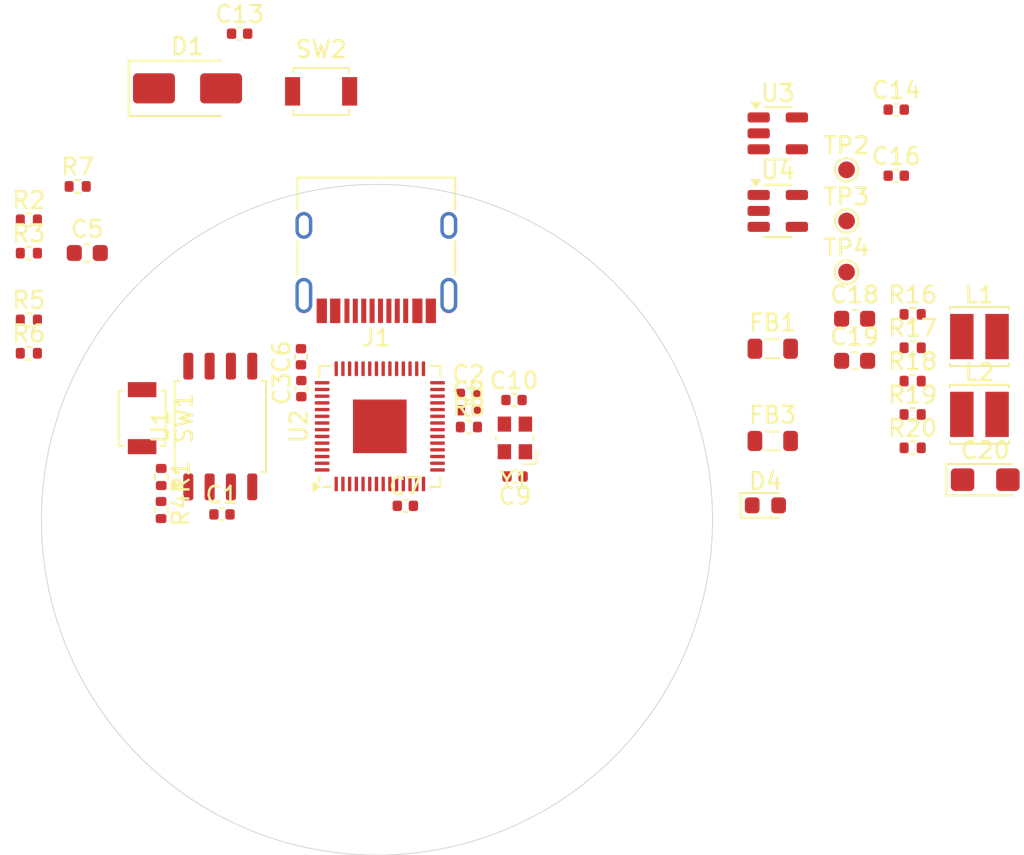
<source format=kicad_pcb>
(kicad_pcb (version 20240108) (generator "pcbnew") (generator_version "8.0")
  (layers (0 "F.Cu" signal) (31 "B.Cu" signal) (34 "B.Paste" user) (35 "F.Paste" user) (36 "B.SilkS" user "B.Silkscreen") (37 "F.SilkS" user "F.Silkscreen") (38 "B.Mask" user) (39 "F.Mask" user) (44 "Edge.Cuts" user))
  (net 0 "")
  (net 1 "GND")
  (net 2 "+3.3V")
  (net 3 "power_+1V1")
  (net 4 "+5V")
  (net 5 "Net-(U2-XIN)")
  (net 6 "Net-(C10-Pad1)")
  (net 7 "Net-(U2-RUN)")
  (net 8 "Net-(U3-EN)")
  (net 9 "Net-(U4-EN)")
  (net 10 "+1V1")
  (net 11 "Net-(D1-A)")
  (net 14 "Net-(D4-A)")
  (net 15 "Net-(J1-D+-PadA6)")
  (net 16 "Net-(J1-D--PadA7)")
  (net 17 "Net-(J1-CC2)")
  (net 18 "Net-(J1-CC1)")
  (net 21 "Net-(U3-SW)")
  (net 22 "Net-(U4-SW)")
  (net 23 "/RP2040/QSPI_SS")
  (net 24 "Net-(R4-Pad2)")
  (net 25 "/RP2040/D+")
  (net 26 "/RP2040/D-")
  (net 27 "Net-(U2-XOUT)")
  (net 40 "Net-(U3-FB)")
  (net 41 "Net-(U4-FB)")
  (net 42 "/RP2040/QSPI_SD0")
  (net 43 "/RP2040/QSPI_SCLK")
  (net 44 "/RP2040/QSPI_SD1")
  (net 45 "/RP2040/QSPI_SD3")
  (net 46 "/RP2040/QSPI_SD2")
  (footprint "Crystal:Crystal_SMD_Abracon_ABM10-4Pin_2.5x2.0mm" (layer "F.Cu") (at 134.07 50.71 180)
    (property "Reference" "Y1" (at 0 -2.5 360) (layer "F.SilkS"))
    (property "Value" "12.000MHZ")
    (fp_line (start 1.11 -0.11) (end 1.11 0.11) (stroke (width 0.12)) (layer "F.SilkS"))
    (fp_line (start -0.5 -1.54) (end -1.29 -1.54) (stroke (width 0.12)) (layer "F.SilkS"))
    (fp_line (start -1.11 -0.11) (end -1.11 0.11) (stroke (width 0.12)) (layer "F.SilkS"))
    (fp_line (start -1.29 -0.75) (end -1.29 -1.54) (stroke (width 0.12)) (layer "F.SilkS"))
    (pad "1" smd rect (at -0.625 -0.825 180) (size 0.8 0.9) (layers "F.Cu" "F.Paste" "F.Mask") (net 5 "Net-(U2-XIN)"))
    (pad "2" smd rect (at -0.625 0.825 180) (size 0.8 0.9) (layers "F.Cu" "F.Paste" "F.Mask"))
    (pad "3" smd rect (at 0.625 0.825 180) (size 0.8 0.9) (layers "F.Cu" "F.Paste" "F.Mask") (net 6 "Net-(C10-Pad1)"))
    (pad "4" smd rect (at 0.625 -0.825 180) (size 0.8 0.9) (layers "F.Cu" "F.Paste" "F.Mask"))
  )
  (footprint "Capacitor_SMD:C_0402_1005Metric" (layer "F.Cu") (at 117.6625 26.6)
    (property "Reference" "C13" (at 0 -1.16 0) (layer "F.SilkS"))
    (property "Value" "100nF")
    (fp_line (start -0.107836 -0.36) (end 0.107836 -0.36) (stroke (width 0.12)) (layer "F.SilkS"))
    (fp_line (start -0.107836 0.36) (end 0.107836 0.36) (stroke (width 0.12)) (layer "F.SilkS"))
    (pad "1" smd roundrect (at -0.48 0) (size 0.56 0.62) (layers "F.Cu" "F.Paste" "F.Mask") (net 7 "Net-(U2-RUN)"))
    (pad "2" smd roundrect (at 0.48 0) (size 0.56 0.62) (layers "F.Cu" "F.Paste" "F.Mask") (net 1 "GND"))
  )
  (footprint "Resistor_SMD:R_0402_1005Metric" (layer "F.Cu") (at 105.1 43.67)
    (property "Reference" "R5" (at 0 -1.17 0) (layer "F.SilkS"))
    (property "Value" "22")
    (fp_line (start -0.153641 -0.38) (end 0.153641 -0.38) (stroke (width 0.12)) (layer "F.SilkS"))
    (fp_line (start -0.153641 0.38) (end 0.153641 0.38) (stroke (width 0.12)) (layer "F.SilkS"))
    (pad "1" smd roundrect (at -0.51 0) (size 0.54 0.64) (layers "F.Cu" "F.Paste" "F.Mask") (net 25 "/RP2040/D+"))
    (pad "2" smd roundrect (at 0.51 0) (size 0.54 0.64) (layers "F.Cu" "F.Paste" "F.Mask") (net 15 "Net-(J1-D+-PadA6)"))
  )
  (footprint "Inductor_SMD:L_0805_2012Metric" (layer "F.Cu") (at 149.44 50.89)
    (property "Reference" "FB3" (at 0 -1.55 0) (layer "F.SilkS"))
    (property "Value" "Ferrite_Bead_Small")
    (fp_line (start -0.399622 -0.56) (end 0.399622 -0.56) (stroke (width 0.12)) (layer "F.SilkS"))
    (fp_line (start -0.399622 0.56) (end 0.399622 0.56) (stroke (width 0.12)) (layer "F.SilkS"))
    (pad "1" smd roundrect (at -1.0625 0) (size 0.875 1.2) (layers "F.Cu" "F.Paste" "F.Mask") (net 9 "Net-(U4-EN)"))
    (pad "2" smd roundrect (at 1.0625 0) (size 0.875 1.2) (layers "F.Cu" "F.Paste" "F.Mask") (net 4 "+5V"))
  )
  (footprint "Capacitor_SMD:C_0402_1005Metric" (layer "F.Cu") (at 131.3 48.08)
    (property "Reference" "C2" (at 0 -1.16 0) (layer "F.SilkS"))
    (property "Value" "1uF")
    (fp_line (start -0.107836 -0.36) (end 0.107836 -0.36) (stroke (width 0.12)) (layer "F.SilkS"))
    (fp_line (start -0.107836 0.36) (end 0.107836 0.36) (stroke (width 0.12)) (layer "F.SilkS"))
    (pad "1" smd roundrect (at -0.48 0) (size 0.56 0.62) (layers "F.Cu" "F.Paste" "F.Mask") (net 3 "power_+1V1"))
    (pad "2" smd roundrect (at 0.48 0) (size 0.56 0.62) (layers "F.Cu" "F.Paste" "F.Mask") (net 1 "GND"))
  )
  (footprint "Capacitor_SMD:C_0402_1005Metric" (layer "F.Cu") (at 134.02 48.45)
    (property "Reference" "C10" (at 0 -1.16 360) (layer "F.SilkS"))
    (property "Value" "22pF")
    (fp_line (start -0.107836 -0.36) (end 0.107836 -0.36) (stroke (width 0.12)) (layer "F.SilkS"))
    (fp_line (start -0.107836 0.36) (end 0.107836 0.36) (stroke (width 0.12)) (layer "F.SilkS"))
    (pad "1" smd roundrect (at -0.48 0) (size 0.56 0.62) (layers "F.Cu" "F.Paste" "F.Mask") (net 6 "Net-(C10-Pad1)"))
    (pad "2" smd roundrect (at 0.48 0) (size 0.56 0.62) (layers "F.Cu" "F.Paste" "F.Mask") (net 1 "GND"))
  )
  (footprint "Resistor_SMD:R_0402_1005Metric" (layer "F.Cu") (at 157.78 45.33)
    (property "Reference" "R17" (at 0 -1.17 0) (layer "F.SilkS"))
    (property "Value" "120k")
    (fp_line (start -0.153641 -0.38) (end 0.153641 -0.38) (stroke (width 0.12)) (layer "F.SilkS"))
    (fp_line (start -0.153641 0.38) (end 0.153641 0.38) (stroke (width 0.12)) (layer "F.SilkS"))
    (pad "1" smd roundrect (at -0.51 0) (size 0.54 0.64) (layers "F.Cu" "F.Paste" "F.Mask") (net 1 "GND"))
    (pad "2" smd roundrect (at 0.51 0) (size 0.54 0.64) (layers "F.Cu" "F.Paste" "F.Mask") (net 40 "Net-(U3-FB)"))
  )
  (footprint "Resistor_SMD:R_0402_1005Metric" (layer "F.Cu") (at 105.1 37.7)
    (property "Reference" "R2" (at 0 -1.17 0) (layer "F.SilkS"))
    (property "Value" "5.1k")
    (fp_line (start -0.153641 -0.38) (end 0.153641 -0.38) (stroke (width 0.12)) (layer "F.SilkS"))
    (fp_line (start -0.153641 0.38) (end 0.153641 0.38) (stroke (width 0.12)) (layer "F.SilkS"))
    (pad "1" smd roundrect (at -0.51 0) (size 0.54 0.64) (layers "F.Cu" "F.Paste" "F.Mask") (net 18 "Net-(J1-CC1)"))
    (pad "2" smd roundrect (at 0.51 0) (size 0.54 0.64) (layers "F.Cu" "F.Paste" "F.Mask") (net 1 "GND"))
  )
  (footprint "Resistor_SMD:R_0402_1005Metric" (layer "F.Cu") (at 157.78 51.3)
    (property "Reference" "R20" (at 0 -1.17 0) (layer "F.SilkS"))
    (property "Value" "330R")
    (fp_line (start -0.153641 -0.38) (end 0.153641 -0.38) (stroke (width 0.12)) (layer "F.SilkS"))
    (fp_line (start -0.153641 0.38) (end 0.153641 0.38) (stroke (width 0.12)) (layer "F.SilkS"))
    (pad "1" smd roundrect (at -0.51 0) (size 0.54 0.64) (layers "F.Cu" "F.Paste" "F.Mask") (net 14 "Net-(D4-A)"))
    (pad "2" smd roundrect (at 0.51 0) (size 0.54 0.64) (layers "F.Cu" "F.Paste" "F.Mask") (net 4 "+5V"))
  )
  (footprint "Resistor_SMD:R_0402_1005Metric" (layer "F.Cu") (at 131.33 50.06)
    (property "Reference" "R8" (at 0 -1.17 0) (layer "F.SilkS"))
    (property "Value" "1k")
    (fp_line (start -0.153641 -0.38) (end 0.153641 -0.38) (stroke (width 0.12)) (layer "F.SilkS"))
    (fp_line (start -0.153641 0.38) (end 0.153641 0.38) (stroke (width 0.12)) (layer "F.SilkS"))
    (pad "1" smd roundrect (at -0.51 0) (size 0.54 0.64) (layers "F.Cu" "F.Paste" "F.Mask") (net 27 "Net-(U2-XOUT)"))
    (pad "2" smd roundrect (at 0.51 0) (size 0.54 0.64) (layers "F.Cu" "F.Paste" "F.Mask") (net 6 "Net-(C10-Pad1)"))
  )
  (footprint "Resistor_SMD:R_0402_1005Metric" (layer "F.Cu") (at 108.01 35.71)
    (property "Reference" "R7" (at 0 -1.17 0) (layer "F.SilkS"))
    (property "Value" "10k")
    (fp_line (start -0.153641 -0.38) (end 0.153641 -0.38) (stroke (width 0.12)) (layer "F.SilkS"))
    (fp_line (start -0.153641 0.38) (end 0.153641 0.38) (stroke (width 0.12)) (layer "F.SilkS"))
    (pad "1" smd roundrect (at -0.51 0) (size 0.54 0.64) (layers "F.Cu" "F.Paste" "F.Mask") (net 2 "+3.3V"))
    (pad "2" smd roundrect (at 0.51 0) (size 0.54 0.64) (layers "F.Cu" "F.Paste" "F.Mask") (net 7 "Net-(U2-RUN)"))
  )
  (footprint "Package_SO:SOIC-8_5.23x5.23mm_P1.27mm" (layer "F.Cu") (at 116.51 50.03 90)
    (property "Reference" "U1" (at 0 -3.56 90) (layer "F.SilkS"))
    (property "Value" "W25Q128JVS")
    (fp_line (start 2.725 -2.725) (end 2.725 -2.465) (stroke (width 0.12)) (layer "F.SilkS"))
    (fp_line (start 0 -2.725) (end 2.725 -2.725) (stroke (width 0.12)) (layer "F.SilkS"))
    (fp_line (start 0 -2.725) (end -2.725 -2.725) (stroke (width 0.12)) (layer "F.SilkS"))
    (fp_line (start -2.725 -2.725) (end -2.725 -2.465) (stroke (width 0.12)) (layer "F.SilkS"))
    (fp_line (start 2.725 2.725) (end 2.725 2.465) (stroke (width 0.12)) (layer "F.SilkS"))
    (fp_line (start 0 2.725) (end 2.725 2.725) (stroke (width 0.12)) (layer "F.SilkS"))
    (fp_line (start 0 2.725) (end -2.725 2.725) (stroke (width 0.12)) (layer "F.SilkS"))
    (fp_line (start -2.725 2.725) (end -2.725 2.465) (stroke (width 0.12)) (layer "F.SilkS"))
    (fp_poly (pts (xy -3.5075 -2.465) (xy -3.7475 -2.795) (xy -3.2675 -2.795) (xy -3.5075 -2.465)) (stroke (width 0.12)) (fill solid) (layer "F.SilkS"))
    (pad "1" smd roundrect (at -3.6 -1.905 90) (size 1.6 0.6) (layers "F.Cu" "F.Paste" "F.Mask") (net 23 "/RP2040/QSPI_SS"))
    (pad "2" smd roundrect (at -3.6 -0.635 90) (size 1.6 0.6) (layers "F.Cu" "F.Paste" "F.Mask") (net 44 "/RP2040/QSPI_SD1"))
    (pad "3" smd roundrect (at -3.6 0.635 90) (size 1.6 0.6) (layers "F.Cu" "F.Paste" "F.Mask") (net 46 "/RP2040/QSPI_SD2"))
    (pad "4" smd roundrect (at -3.6 1.905 90) (size 1.6 0.6) (layers "F.Cu" "F.Paste" "F.Mask") (net 1 "GND"))
    (pad "5" smd roundrect (at 3.6 1.905 90) (size 1.6 0.6) (layers "F.Cu" "F.Paste" "F.Mask") (net 42 "/RP2040/QSPI_SD0"))
    (pad "6" smd roundrect (at 3.6 0.635 90) (size 1.6 0.6) (layers "F.Cu" "F.Paste" "F.Mask") (net 43 "/RP2040/QSPI_SCLK"))
    (pad "7" smd roundrect (at 3.6 -0.635 90) (size 1.6 0.6) (layers "F.Cu" "F.Paste" "F.Mask") (net 45 "/RP2040/QSPI_SD3"))
    (pad "8" smd roundrect (at 3.6 -1.905 90) (size 1.6 0.6) (layers "F.Cu" "F.Paste" "F.Mask") (net 2 "+3.3V"))
  )
  (footprint "Capacitor_SMD:C_0402_1005Metric" (layer "F.Cu") (at 134.08 53.01 180)
    (property "Reference" "C9" (at 0 -1.16 360) (layer "F.SilkS"))
    (property "Value" "22pF")
    (fp_line (start -0.107836 0.36) (end 0.107836 0.36) (stroke (width 0.12)) (layer "F.SilkS"))
    (fp_line (start -0.107836 -0.36) (end 0.107836 -0.36) (stroke (width 0.12)) (layer "F.SilkS"))
    (pad "1" smd roundrect (at -0.48 0 180) (size 0.56 0.62) (layers "F.Cu" "F.Paste" "F.Mask") (net 5 "Net-(U2-XIN)"))
    (pad "2" smd roundrect (at 0.48 0 180) (size 0.56 0.62) (layers "F.Cu" "F.Paste" "F.Mask") (net 1 "GND"))
  )
  (footprint "Capacitor_Tantalum_SMD:CP_EIA-3216-18_Kemet-A" (layer "F.Cu") (at 162.105 53.2)
    (property "Reference" "C20" (at 0 -1.75 0) (layer "F.SilkS"))
    (property "Value" "47uF")
    (fp_line (start -2.31 -0.935) (end -2.31 0.935) (stroke (width 0.12)) (layer "F.SilkS"))
    (fp_line (start -2.31 0.935) (end 1.6 0.935) (stroke (width 0.12)) (layer "F.SilkS"))
    (fp_line (start 1.6 -0.935) (end -2.31 -0.935) (stroke (width 0.12)) (layer "F.SilkS"))
    (pad "1" smd roundrect (at -1.35 0) (size 1.4 1.35) (layers "F.Cu" "F.Paste" "F.Mask") (roundrect_rratio 0.185185) (net 4 "+5V"))
    (pad "2" smd roundrect (at 1.35 0) (size 1.4 1.35) (layers "F.Cu" "F.Paste" "F.Mask") (roundrect_rratio 0.185185) (net 1 "GND"))
  )
  (footprint "Inductor_SMD:L_Cenker_CKCS3015" (layer "F.Cu") (at 161.76 44.665)
    (property "Reference" "L1" (at 0 -2.5 0) (layer "F.SilkS"))
    (property "Value" "2.2uH")
    (fp_line (start -1.76 -1.76) (end -1.76 -1.61) (stroke (width 0.12)) (layer "F.SilkS"))
    (fp_line (start -1.76 -1.76) (end 1.76 -1.76) (stroke (width 0.12)) (layer "F.SilkS"))
    (fp_line (start -1.76 1.76) (end -1.76 1.61) (stroke (width 0.12)) (layer "F.SilkS"))
    (fp_line (start -1.76 1.76) (end 1.76 1.76) (stroke (width 0.12)) (layer "F.SilkS"))
    (fp_line (start 1.76 -1.76) (end 1.76 -1.61) (stroke (width 0.12)) (layer "F.SilkS"))
    (fp_line (start 1.76 1.76) (end 1.76 1.61) (stroke (width 0.12)) (layer "F.SilkS"))
    (pad "1" smd rect (at -1.05 0) (size 1.4 2.7) (layers "F.Cu" "F.Paste" "F.Mask") (net 21 "Net-(U3-SW)"))
    (pad "2" smd rect (at 1.05 0) (size 1.4 2.7) (layers "F.Cu" "F.Paste" "F.Mask") (net 10 "+1V1"))
  )
  (footprint "TestPoint:TestPoint_Pad_D1.0mm" (layer "F.Cu") (at 153.84 40.82)
    (property "Reference" "TP4" (at 0 -1.448 0) (layer "F.SilkS"))
    (property "Value" "~")
    (fp_circle (center 0 0) (end 0 0.7) (stroke (width 0.12)) (fill none) (layer "F.SilkS"))
    (pad "1" smd circle (at 0 0) (size 1 1) (layers "F.Cu" "F.Mask") (net 1 "GND"))
  )
  (footprint "Resistor_SMD:R_0402_1005Metric" (layer "F.Cu") (at 157.78 49.31)
    (property "Reference" "R19" (at 0 -1.17 0) (layer "F.SilkS"))
    (property "Value" "15k")
    (fp_line (start -0.153641 -0.38) (end 0.153641 -0.38) (stroke (width 0.12)) (layer "F.SilkS"))
    (fp_line (start -0.153641 0.38) (end 0.153641 0.38) (stroke (width 0.12)) (layer "F.SilkS"))
    (pad "1" smd roundrect (at -0.51 0) (size 0.54 0.64) (layers "F.Cu" "F.Paste" "F.Mask") (net 1 "GND"))
    (pad "2" smd roundrect (at 0.51 0) (size 0.54 0.64) (layers "F.Cu" "F.Paste" "F.Mask") (net 41 "Net-(U4-FB)"))
  )
  (footprint "Button_Switch_SMD:SW_SPST_B3U-1000P" (layer "F.Cu") (at 111.85 49.53 -90)
    (property "Reference" "SW1" (at 0 -2.5 90) (layer "F.SilkS"))
    (property "Value" "PICO BOOT")
    (fp_line (start -1.65 1.4) (end 1.65 1.4) (stroke (width 0.12)) (layer "F.SilkS"))
    (fp_line (start 1.65 1.4) (end 1.65 1.1) (stroke (width 0.12)) (layer "F.SilkS"))
    (fp_line (start -1.65 1.1) (end -1.65 1.4) (stroke (width 0.12)) (layer "F.SilkS"))
    (fp_line (start -1.65 -1.1) (end -1.65 -1.4) (stroke (width 0.12)) (layer "F.SilkS"))
    (fp_line (start -1.65 -1.4) (end 1.65 -1.4) (stroke (width 0.12)) (layer "F.SilkS"))
    (fp_line (start 1.65 -1.4) (end 1.65 -1.1) (stroke (width 0.12)) (layer "F.SilkS"))
    (pad "1" smd rect (at -1.7 0 270) (size 0.9 1.7) (layers "F.Cu" "F.Paste" "F.Mask") (net 1 "GND"))
    (pad "2" smd rect (at 1.7 0 270) (size 0.9 1.7) (layers "F.Cu" "F.Paste" "F.Mask") (net 24 "Net-(R4-Pad2)"))
  )
  (footprint "Capacitor_SMD:C_0402_1005Metric" (layer "F.Cu") (at 121.34 47.77 90)
    (property "Reference" "C3" (at 0 -1.16 90) (layer "F.SilkS"))
    (property "Value" "100nF")
    (fp_line (start -0.107836 -0.36) (end 0.107836 -0.36) (stroke (width 0.12)) (layer "F.SilkS"))
    (fp_line (start -0.107836 0.36) (end 0.107836 0.36) (stroke (width 0.12)) (layer "F.SilkS"))
    (pad "1" smd roundrect (at -0.48 0 90) (size 0.56 0.62) (layers "F.Cu" "F.Paste" "F.Mask") (net 3 "power_+1V1"))
    (pad "2" smd roundrect (at 0.48 0 90) (size 0.56 0.62) (layers "F.Cu" "F.Paste" "F.Mask") (net 1 "GND"))
  )
  (footprint "Resistor_SMD:R_0402_1005Metric" (layer "F.Cu") (at 112.98 55.01 -90)
    (property "Reference" "R4" (at 0 -1.17 90) (layer "F.SilkS"))
    (property "Value" "1k")
    (fp_line (start -0.153641 0.38) (end 0.153641 0.38) (stroke (width 0.12)) (layer "F.SilkS"))
    (fp_line (start -0.153641 -0.38) (end 0.153641 -0.38) (stroke (width 0.12)) (layer "F.SilkS"))
    (pad "1" smd roundrect (at -0.51 0 270) (size 0.54 0.64) (layers "F.Cu" "F.Paste" "F.Mask") (net 23 "/RP2040/QSPI_SS"))
    (pad "2" smd roundrect (at 0.51 0 270) (size 0.54 0.64) (layers "F.Cu" "F.Paste" "F.Mask") (net 24 "Net-(R4-Pad2)"))
  )
  (footprint "Resistor_SMD:R_0402_1005Metric" (layer "F.Cu") (at 112.99 53.04 -90)
    (property "Reference" "R1" (at 0 -1.17 90) (layer "F.SilkS"))
    (property "Value" "10k")
    (fp_line (start -0.153641 0.38) (end 0.153641 0.38) (stroke (width 0.12)) (layer "F.SilkS"))
    (fp_line (start -0.153641 -0.38) (end 0.153641 -0.38) (stroke (width 0.12)) (layer "F.SilkS"))
    (pad "1" smd roundrect (at -0.51 0 270) (size 0.54 0.64) (layers "F.Cu" "F.Paste" "F.Mask") (net 2 "+3.3V"))
    (pad "2" smd roundrect (at 0.51 0 270) (size 0.54 0.64) (layers "F.Cu" "F.Paste" "F.Mask") (net 23 "/RP2040/QSPI_SS"))
  )
  (footprint "Resistor_SMD:R_0402_1005Metric" (layer "F.Cu") (at 157.78 43.34)
    (property "Reference" "R16" (at 0 -1.17 0) (layer "F.SilkS"))
    (property "Value" "100k")
    (fp_line (start -0.153641 -0.38) (end 0.153641 -0.38) (stroke (width 0.12)) (layer "F.SilkS"))
    (fp_line (start -0.153641 0.38) (end 0.153641 0.38) (stroke (width 0.12)) (layer "F.SilkS"))
    (pad "1" smd roundrect (at -0.51 0) (size 0.54 0.64) (layers "F.Cu" "F.Paste" "F.Mask") (net 40 "Net-(U3-FB)"))
    (pad "2" smd roundrect (at 0.51 0) (size 0.54 0.64) (layers "F.Cu" "F.Paste" "F.Mask") (net 10 "+1V1"))
  )
  (footprint "Capacitor_SMD:C_0402_1005Metric" (layer "F.Cu") (at 121.32 45.87 90)
    (property "Reference" "C6" (at 0 -1.16 90) (layer "F.SilkS"))
    (property "Value" "1uF")
    (fp_line (start -0.107836 -0.36) (end 0.107836 -0.36) (stroke (width 0.12)) (layer "F.SilkS"))
    (fp_line (start -0.107836 0.36) (end 0.107836 0.36) (stroke (width 0.12)) (layer "F.SilkS"))
    (pad "1" smd roundrect (at -0.48 0 90) (size 0.56 0.62) (layers "F.Cu" "F.Paste" "F.Mask") (net 2 "+3.3V"))
    (pad "2" smd roundrect (at 0.48 0 90) (size 0.56 0.62) (layers "F.Cu" "F.Paste" "F.Mask") (net 1 "GND"))
  )
  (footprint "Resistor_SMD:R_0402_1005Metric" (layer "F.Cu") (at 105.1 45.66)
    (property "Reference" "R6" (at 0 -1.17 0) (layer "F.SilkS"))
    (property "Value" "22")
    (fp_line (start -0.153641 -0.38) (end 0.153641 -0.38) (stroke (width 0.12)) (layer "F.SilkS"))
    (fp_line (start -0.153641 0.38) (end 0.153641 0.38) (stroke (width 0.12)) (layer "F.SilkS"))
    (pad "1" smd roundrect (at -0.51 0) (size 0.54 0.64) (layers "F.Cu" "F.Paste" "F.Mask") (net 26 "/RP2040/D-"))
    (pad "2" smd roundrect (at 0.51 0) (size 0.54 0.64) (layers "F.Cu" "F.Paste" "F.Mask") (net 16 "Net-(J1-D--PadA7)"))
  )
  (footprint "Capacitor_SMD:C_0603_1608Metric" (layer "F.Cu") (at 108.5825 39.68)
    (property "Reference" "C5" (at 0 -1.43 0) (layer "F.SilkS"))
    (property "Value" "22uF")
    (fp_line (start -0.14058 -0.51) (end 0.14058 -0.51) (stroke (width 0.12)) (layer "F.SilkS"))
    (fp_line (start -0.14058 0.51) (end 0.14058 0.51) (stroke (width 0.12)) (layer "F.SilkS"))
    (pad "1" smd roundrect (at -0.775 0) (size 0.9 0.95) (layers "F.Cu" "F.Paste" "F.Mask") (net 4 "+5V"))
    (pad "2" smd roundrect (at 0.775 0) (size 0.9 0.95) (layers "F.Cu" "F.Paste" "F.Mask") (net 1 "GND"))
  )
  (footprint "Capacitor_SMD:C_0402_1005Metric" (layer "F.Cu") (at 131.3 49.06)
    (property "Reference" "C8" (at 0 -1.16 0) (layer "F.SilkS"))
    (property "Value" "100nF")
    (fp_line (start -0.107836 -0.36) (end 0.107836 -0.36) (stroke (width 0.12)) (layer "F.SilkS"))
    (fp_line (start -0.107836 0.36) (end 0.107836 0.36) (stroke (width 0.12)) (layer "F.SilkS"))
    (pad "1" smd roundrect (at -0.48 0) (size 0.56 0.62) (layers "F.Cu" "F.Paste" "F.Mask") (net 2 "+3.3V"))
    (pad "2" smd roundrect (at 0.48 0) (size 0.56 0.62) (layers "F.Cu" "F.Paste" "F.Mask") (net 1 "GND"))
  )
  (footprint "Package_DFN_QFN:QFN-56-1EP_7x7mm_P0.4mm_EP3.2x3.2mm" (layer "F.Cu") (at 126.02 50.02 90)
    (property "Reference" "U2" (at 0 -4.83 90) (layer "F.SilkS"))
    (property "Value" "RP2040")
    (fp_line (start 3.61 -3.61) (end 3.61 -2.96) (stroke (width 0.12)) (layer "F.SilkS"))
    (fp_line (start 2.96 -3.61) (end 3.61 -3.61) (stroke (width 0.12)) (layer "F.SilkS"))
    (fp_line (start -2.96 -3.61) (end -3.31 -3.61) (stroke (width 0.12)) (layer "F.SilkS"))
    (fp_line (start -3.61 -2.96) (end -3.61 -3.37) (stroke (width 0.12)) (layer "F.SilkS"))
    (fp_line (start 3.61 3.61) (end 3.61 2.96) (stroke (width 0.12)) (layer "F.SilkS"))
    (fp_line (start 2.96 3.61) (end 3.61 3.61) (stroke (width 0.12)) (layer "F.SilkS"))
    (fp_line (start -2.96 3.61) (end -3.61 3.61) (stroke (width 0.12)) (layer "F.SilkS"))
    (fp_line (start -3.61 3.61) (end -3.61 2.96) (stroke (width 0.12)) (layer "F.SilkS"))
    (fp_poly (pts (xy -3.61 -3.61) (xy -3.85 -3.94) (xy -3.37 -3.94) (xy -3.61 -3.61)) (stroke (width 0.12)) (fill solid) (layer "F.SilkS"))
    (pad "1" smd roundrect (at -3.4375 -2.6 90) (size 0.875 0.2) (layers "F.Cu" "F.Paste" "F.Mask") (net 2 "+3.3V"))
    (pad "2" smd roundrect (at -3.4375 -2.2 90) (size 0.875 0.2) (layers "F.Cu" "F.Paste" "F.Mask"))
    (pad "3" smd roundrect (at -3.4375 -1.8 90) (size 0.875 0.2) (layers "F.Cu" "F.Paste" "F.Mask"))
    (pad "4" smd roundrect (at -3.4375 -1.4 90) (size 0.875 0.2) (layers "F.Cu" "F.Paste" "F.Mask"))
    (pad "5" smd roundrect (at -3.4375 -1 90) (size 0.875 0.2) (layers "F.Cu" "F.Paste" "F.Mask"))
    (pad "6" smd roundrect (at -3.4375 -0.6 90) (size 0.875 0.2) (layers "F.Cu" "F.Paste" "F.Mask"))
    (pad "7" smd roundrect (at -3.4375 -0.2 90) (size 0.875 0.2) (layers "F.Cu" "F.Paste" "F.Mask"))
    (pad "8" smd roundrect (at -3.4375 0.2 90) (size 0.875 0.2) (layers "F.Cu" "F.Paste" "F.Mask"))
    (pad "9" smd roundrect (at -3.4375 0.6 90) (size 0.875 0.2) (layers "F.Cu" "F.Paste" "F.Mask"))
    (pad "10" smd roundrect (at -3.4375 1 90) (size 0.875 0.2) (layers "F.Cu" "F.Paste" "F.Mask") (net 2 "+3.3V"))
    (pad "11" smd roundrect (at -3.4375 1.4 90) (size 0.875 0.2) (layers "F.Cu" "F.Paste" "F.Mask"))
    (pad "12" smd roundrect (at -3.4375 1.8 90) (size 0.875 0.2) (layers "F.Cu" "F.Paste" "F.Mask"))
    (pad "13" smd roundrect (at -3.4375 2.2 90) (size 0.875 0.2) (layers "F.Cu" "F.Paste" "F.Mask"))
    (pad "14" smd roundrect (at -3.4375 2.6 90) (size 0.875 0.2) (layers "F.Cu" "F.Paste" "F.Mask"))
    (pad "15" smd roundrect (at -2.6 3.4375 90) (size 0.2 0.875) (layers "F.Cu" "F.Paste" "F.Mask"))
    (pad "16" smd roundrect (at -2.2 3.4375 90) (size 0.2 0.875) (layers "F.Cu" "F.Paste" "F.Mask"))
    (pad "17" smd roundrect (at -1.8 3.4375 90) (size 0.2 0.875) (layers "F.Cu" "F.Paste" "F.Mask"))
    (pad "18" smd roundrect (at -1.4 3.4375 90) (size 0.2 0.875) (layers "F.Cu" "F.Paste" "F.Mask"))
    (pad "19" smd roundrect (at -1 3.4375 90) (size 0.2 0.875) (layers "F.Cu" "F.Paste" "F.Mask") (net 1 "GND"))
    (pad "20" smd roundrect (at -0.6 3.4375 90) (size 0.2 0.875) (layers "F.Cu" "F.Paste" "F.Mask") (net 5 "Net-(U2-XIN)"))
    (pad "21" smd roundrect (at -0.2 3.4375 90) (size 0.2 0.875) (layers "F.Cu" "F.Paste" "F.Mask") (net 27 "Net-(U2-XOUT)"))
    (pad "22" smd roundrect (at 0.2 3.4375 90) (size 0.2 0.875) (layers "F.Cu" "F.Paste" "F.Mask") (net 2 "+3.3V"))
    (pad "23" smd roundrect (at 0.6 3.4375 90) (size 0.2 0.875) (layers "F.Cu" "F.Paste" "F.Mask") (net 3 "power_+1V1"))
    (pad "24" smd roundrect (at 1 3.4375 90) (size 0.2 0.875) (layers "F.Cu" "F.Paste" "F.Mask"))
    (pad "25" smd roundrect (at 1.4 3.4375 90) (size 0.2 0.875) (layers "F.Cu" "F.Paste" "F.Mask"))
    (pad "26" smd roundrect (at 1.8 3.4375 90) (size 0.2 0.875) (layers "F.Cu" "F.Paste" "F.Mask") (net 7 "Net-(U2-RUN)"))
    (pad "27" smd roundrect (at 2.2 3.4375 90) (size 0.2 0.875) (layers "F.Cu" "F.Paste" "F.Mask"))
    (pad "28" smd roundrect (at 2.6 3.4375 90) (size 0.2 0.875) (layers "F.Cu" "F.Paste" "F.Mask"))
    (pad "29" smd roundrect (at 3.4375 2.6 90) (size 0.875 0.2) (layers "F.Cu" "F.Paste" "F.Mask"))
    (pad "30" smd roundrect (at 3.4375 2.2 90) (size 0.875 0.2) (layers "F.Cu" "F.Paste" "F.Mask"))
    (pad "31" smd roundrect (at 3.4375 1.8 90) (size 0.875 0.2) (layers "F.Cu" "F.Paste" "F.Mask"))
    (pad "32" smd roundrect (at 3.4375 1.4 90) (size 0.875 0.2) (layers "F.Cu" "F.Paste" "F.Mask"))
    (pad "33" smd roundrect (at 3.4375 1 90) (size 0.875 0.2) (layers "F.Cu" "F.Paste" "F.Mask") (net 2 "+3.3V"))
    (pad "34" smd roundrect (at 3.4375 0.6 90) (size 0.875 0.2) (layers "F.Cu" "F.Paste" "F.Mask"))
    (pad "35" smd roundrect (at 3.4375 0.2 90) (size 0.875 0.2) (layers "F.Cu" "F.Paste" "F.Mask"))
    (pad "36" smd roundrect (at 3.4375 -0.2 90) (size 0.875 0.2) (layers "F.Cu" "F.Paste" "F.Mask"))
    (pad "37" smd roundrect (at 3.4375 -0.6 90) (size 0.875 0.2) (layers "F.Cu" "F.Paste" "F.Mask"))
    (pad "38" smd roundrect (at 3.4375 -1 90) (size 0.875 0.2) (layers "F.Cu" "F.Paste" "F.Mask"))
    (pad "39" smd roundrect (at 3.4375 -1.4 90) (size 0.875 0.2) (layers "F.Cu" "F.Paste" "F.Mask"))
    (pad "40" smd roundrect (at 3.4375 -1.8 90) (size 0.875 0.2) (layers "F.Cu" "F.Paste" "F.Mask"))
    (pad "41" smd roundrect (at 3.4375 -2.2 90) (size 0.875 0.2) (layers "F.Cu" "F.Paste" "F.Mask"))
    (pad "42" smd roundrect (at 3.4375 -2.6 90) (size 0.875 0.2) (layers "F.Cu" "F.Paste" "F.Mask") (net 2 "+3.3V"))
    (pad "43" smd roundrect (at 2.6 -3.4375 90) (size 0.2 0.875) (layers "F.Cu" "F.Paste" "F.Mask") (net 2 "+3.3V"))
    (pad "44" smd roundrect (at 2.2 -3.4375 90) (size 0.2 0.875) (layers "F.Cu" "F.Paste" "F.Mask") (net 2 "+3.3V"))
    (pad "45" smd roundrect (at 1.8 -3.4375 90) (size 0.2 0.875) (layers "F.Cu" "F.Paste" "F.Mask") (net 3 "power_+1V1"))
    (pad "46" smd roundrect (at 1.4 -3.4375 90) (size 0.2 0.875) (layers "F.Cu" "F.Paste" "F.Mask") (net 26 "/RP2040/D-"))
    (pad "47" smd roundrect (at 1 -3.4375 90) (size 0.2 0.875) (layers "F.Cu" "F.Paste" "F.Mask") (net 25 "/RP2040/D+"))
    (pad "48" smd roundrect (at 0.6 -3.4375 90) (size 0.2 0.875) (layers "F.Cu" "F.Paste" "F.Mask") (net 2 "+3.3V"))
    (pad "49" smd roundrect (at 0.2 -3.4375 90) (size 0.2 0.875) (layers "F.Cu" "F.Paste" "F.Mask") (net 2 "+3.3V"))
    (pad "50" smd roundrect (at -0.2 -3.4375 90) (size 0.2 0.875) (layers "F.Cu" "F.Paste" "F.Mask") (net 3 "power_+1V1"))
    (pad "51" smd roundrect (at -0.6 -3.4375 90) (size 0.2 0.875) (layers "F.Cu" "F.Paste" "F.Mask") (net 45 "/RP2040/QSPI_SD3"))
    (pad "52" smd roundrect (at -1 -3.4375 90) (size 0.2 0.875) (layers "F.Cu" "F.Paste" "F.Mask") (net 43 "/RP2040/QSPI_SCLK"))
    (pad "53" smd roundrect (at -1.4 -3.4375 90) (size 0.2 0.875) (layers "F.Cu" "F.Paste" "F.Mask") (net 42 "/RP2040/QSPI_SD0"))
    (pad "54" smd roundrect (at -1.8 -3.4375 90) (size 0.2 0.875) (layers "F.Cu" "F.Paste" "F.Mask") (net 46 "/RP2040/QSPI_SD2"))
    (pad "55" smd roundrect (at -2.2 -3.4375 90) (size 0.2 0.875) (layers "F.Cu" "F.Paste" "F.Mask") (net 44 "/RP2040/QSPI_SD1"))
    (pad "56" smd roundrect (at -2.6 -3.4375 90) (size 0.2 0.875) (layers "F.Cu" "F.Paste" "F.Mask") (net 23 "/RP2040/QSPI_SS"))
    (pad "57" smd rect (at 0 0 90) (size 3.2 3.2) (property pad_prop_heatsink) (layers "F.Cu" "F.Mask") (net 1 "GND"))
  )
  (footprint "Package_TO_SOT_SMD:SOT-23-5" (layer "F.Cu") (at 149.74 32.545)
    (property "Reference" "U3" (at 0 -2.4 0) (layer "F.SilkS"))
    (property "Value" "TLV62568DBV")
    (fp_line (start 0 -1.56) (end -0.8 -1.56) (stroke (width 0.12)) (layer "F.SilkS"))
    (fp_line (start 0 -1.56) (end 0.8 -1.56) (stroke (width 0.12)) (layer "F.SilkS"))
    (fp_line (start 0 1.56) (end -0.8 1.56) (stroke (width 0.12)) (layer "F.SilkS"))
    (fp_line (start 0 1.56) (end 0.8 1.56) (stroke (width 0.12)) (layer "F.SilkS"))
    (fp_poly (pts (xy -1.3 -1.51) (xy -1.54 -1.84) (xy -1.06 -1.84) (xy -1.3 -1.51)) (stroke (width 0.12)) (fill solid) (layer "F.SilkS"))
    (pad "1" smd roundrect (at -1.1375 -0.95) (size 1.325 0.6) (layers "F.Cu" "F.Paste" "F.Mask") (net 8 "Net-(U3-EN)"))
    (pad "2" smd roundrect (at -1.1375 0) (size 1.325 0.6) (layers "F.Cu" "F.Paste" "F.Mask") (net 1 "GND"))
    (pad "3" smd roundrect (at -1.1375 0.95) (size 1.325 0.6) (layers "F.Cu" "F.Paste" "F.Mask") (net 21 "Net-(U3-SW)"))
    (pad "4" smd roundrect (at 1.1375 0.95) (size 1.325 0.6) (layers "F.Cu" "F.Paste" "F.Mask") (net 8 "Net-(U3-EN)"))
    (pad "5" smd roundrect (at 1.1375 -0.95) (size 1.325 0.6) (layers "F.Cu" "F.Paste" "F.Mask") (net 40 "Net-(U3-FB)"))
  )
  (footprint "Inductor_SMD:L_Cenker_CKCS3015" (layer "F.Cu") (at 161.76 49.305)
    (property "Reference" "L2" (at 0 -2.5 0) (layer "F.SilkS"))
    (property "Value" "2.2uH")
    (fp_line (start -1.76 -1.76) (end -1.76 -1.61) (stroke (width 0.12)) (layer "F.SilkS"))
    (fp_line (start -1.76 -1.76) (end 1.76 -1.76) (stroke (width 0.12)) (layer "F.SilkS"))
    (fp_line (start -1.76 1.76) (end -1.76 1.61) (stroke (width 0.12)) (layer "F.SilkS"))
    (fp_line (start -1.76 1.76) (end 1.76 1.76) (stroke (width 0.12)) (layer "F.SilkS"))
    (fp_line (start 1.76 -1.76) (end 1.76 -1.61) (stroke (width 0.12)) (layer "F.SilkS"))
    (fp_line (start 1.76 1.76) (end 1.76 1.61) (stroke (width 0.12)) (layer "F.SilkS"))
    (pad "1" smd rect (at -1.05 0) (size 1.4 2.7) (layers "F.Cu" "F.Paste" "F.Mask") (net 2 "+3.3V"))
    (pad "2" smd rect (at 1.05 0) (size 1.4 2.7) (layers "F.Cu" "F.Paste" "F.Mask") (net 22 "Net-(U4-SW)"))
  )
  (footprint "Package_TO_SOT_SMD:SOT-23-5" (layer "F.Cu") (at 149.74 37.17)
    (property "Reference" "U4" (at 0 -2.4 0) (layer "F.SilkS"))
    (property "Value" "TLV62568DBV")
    (fp_line (start 0 -1.56) (end -0.8 -1.56) (stroke (width 0.12)) (layer "F.SilkS"))
    (fp_line (start 0 -1.56) (end 0.8 -1.56) (stroke (width 0.12)) (layer "F.SilkS"))
    (fp_line (start 0 1.56) (end -0.8 1.56) (stroke (width 0.12)) (layer "F.SilkS"))
    (fp_line (start 0 1.56) (end 0.8 1.56) (stroke (width 0.12)) (layer "F.SilkS"))
    (fp_poly (pts (xy -1.3 -1.51) (xy -1.54 -1.84) (xy -1.06 -1.84) (xy -1.3 -1.51)) (stroke (width 0.12)) (fill solid) (layer "F.SilkS"))
    (pad "1" smd roundrect (at -1.1375 -0.95) (size 1.325 0.6) (layers "F.Cu" "F.Paste" "F.Mask") (net 9 "Net-(U4-EN)"))
    (pad "2" smd roundrect (at -1.1375 0) (size 1.325 0.6) (layers "F.Cu" "F.Paste" "F.Mask") (net 1 "GND"))
    (pad "3" smd roundrect (at -1.1375 0.95) (size 1.325 0.6) (layers "F.Cu" "F.Paste" "F.Mask") (net 22 "Net-(U4-SW)"))
    (pad "4" smd roundrect (at 1.1375 0.95) (size 1.325 0.6) (layers "F.Cu" "F.Paste" "F.Mask") (net 9 "Net-(U4-EN)"))
    (pad "5" smd roundrect (at 1.1375 -0.95) (size 1.325 0.6) (layers "F.Cu" "F.Paste" "F.Mask") (net 41 "Net-(U4-FB)"))
  )
  (footprint "Connector_USB:USB_C_Receptacle_HRO_TYPE-C-31-M-12" (layer "F.Cu") (at 125.81 39.085 180)
    (property "Reference" "J1" (at 0 -5.645 0) (layer "F.SilkS"))
    (property "Value" "USB_C_Receptacle_USB2.0")
    (fp_line (start 4.7 2) (end 4.7 3.9) (stroke (width 0.12)) (layer "F.SilkS"))
    (fp_line (start 4.7 -1.9) (end 4.7 0.1) (stroke (width 0.12)) (layer "F.SilkS"))
    (fp_line (start -4.7 3.9) (end 4.7 3.9) (stroke (width 0.12)) (layer "F.SilkS"))
    (fp_line (start -4.7 2) (end -4.7 3.9) (stroke (width 0.12)) (layer "F.SilkS"))
    (fp_line (start -4.7 -1.9) (end -4.7 0.1) (stroke (width 0.12)) (layer "F.SilkS"))
    (pad "" np_thru_hole circle (at -2.89 -2.6 180) (size 0.65 0.65) (drill 0.65) (layers "*.Cu" "*.Mask"))
    (pad "" np_thru_hole circle (at 2.89 -2.6 180) (size 0.65 0.65) (drill 0.65) (layers "*.Cu" "*.Mask"))
    (pad "A1" smd rect (at -3.25 -4.045 180) (size 0.6 1.45) (layers "F.Cu" "F.Paste" "F.Mask") (net 1 "GND"))
    (pad "A4" smd rect (at -2.45 -4.045 180) (size 0.6 1.45) (layers "F.Cu" "F.Paste" "F.Mask") (net 11 "Net-(D1-A)"))
    (pad "A5" smd rect (at -1.25 -4.045 180) (size 0.3 1.45) (layers "F.Cu" "F.Paste" "F.Mask") (net 18 "Net-(J1-CC1)"))
    (pad "A6" smd rect (at -0.25 -4.045 180) (size 0.3 1.45) (layers "F.Cu" "F.Paste" "F.Mask") (net 15 "Net-(J1-D+-PadA6)"))
    (pad "A7" smd rect (at 0.25 -4.045 180) (size 0.3 1.45) (layers "F.Cu" "F.Paste" "F.Mask") (net 16 "Net-(J1-D--PadA7)"))
    (pad "A8" smd rect (at 1.25 -4.045 180) (size 0.3 1.45) (layers "F.Cu" "F.Paste" "F.Mask"))
    (pad "A9" smd rect (at 2.45 -4.045 180) (size 0.6 1.45) (layers "F.Cu" "F.Paste" "F.Mask") (net 11 "Net-(D1-A)"))
    (pad "A12" smd rect (at 3.25 -4.045 180) (size 0.6 1.45) (layers "F.Cu" "F.Paste" "F.Mask") (net 1 "GND"))
    (pad "B1" smd rect (at 3.25 -4.045 180) (size 0.6 1.45) (layers "F.Cu" "F.Paste" "F.Mask") (net 1 "GND"))
    (pad "B4" smd rect (at 2.45 -4.045 180) (size 0.6 1.45) (layers "F.Cu" "F.Paste" "F.Mask") (net 11 "Net-(D1-A)"))
    (pad "B5" smd rect (at 1.75 -4.045 180) (size 0.3 1.45) (layers "F.Cu" "F.Paste" "F.Mask") (net 17 "Net-(J1-CC2)"))
    (pad "B6" smd rect (at 0.75 -4.045 180) (size 0.3 1.45) (layers "F.Cu" "F.Paste" "F.Mask") (net 15 "Net-(J1-D+-PadA6)"))
    (pad "B7" smd rect (at -0.75 -4.045 180) (size 0.3 1.45) (layers "F.Cu" "F.Paste" "F.Mask") (net 16 "Net-(J1-D--PadA7)"))
    (pad "B8" smd rect (at -1.75 -4.045 180) (size 0.3 1.45) (layers "F.Cu" "F.Paste" "F.Mask"))
    (pad "B9" smd rect (at -2.45 -4.045 180) (size 0.6 1.45) (layers "F.Cu" "F.Paste" "F.Mask") (net 11 "Net-(D1-A)"))
    (pad "B12" smd rect (at -3.25 -4.045 180) (size 0.6 1.45) (layers "F.Cu" "F.Paste" "F.Mask") (net 1 "GND"))
    (pad "S1" thru_hole oval (at -4.32 -3.13 180) (size 1 2.1) (drill oval 0.6 1.7) (layers "*.Cu" "*.Mask") (net 1 "GND"))
    (pad "S1" thru_hole oval (at -4.32 1.05 180) (size 1 1.6) (drill oval 0.6 1.2) (layers "*.Cu" "*.Mask") (net 1 "GND"))
    (pad "S1" thru_hole oval (at 4.32 -3.13 180) (size 1 2.1) (drill oval 0.6 1.7) (layers "*.Cu" "*.Mask") (net 1 "GND"))
    (pad "S1" thru_hole oval (at 4.32 1.05 180) (size 1 1.6) (drill oval 0.6 1.2) (layers "*.Cu" "*.Mask") (net 1 "GND"))
  )
  (footprint "TestPoint:TestPoint_Pad_D1.0mm" (layer "F.Cu") (at 153.84 34.72)
    (property "Reference" "TP2" (at 0 -1.448 0) (layer "F.SilkS"))
    (property "Value" "~")
    (fp_circle (center 0 0) (end 0 0.7) (stroke (width 0.12)) (fill none) (layer "F.SilkS"))
    (pad "1" smd circle (at 0 0) (size 1 1) (layers "F.Cu" "F.Mask") (net 10 "+1V1"))
  )
  (footprint "LED_SMD:LED_0603_1608Metric" (layer "F.Cu") (at 149.0025 54.73)
    (property "Reference" "D4" (at 0 -1.43 0) (layer "F.SilkS"))
    (property "Value" "LED")
    (fp_line (start -1.485 -0.735) (end -1.485 0.735) (stroke (width 0.12)) (layer "F.SilkS"))
    (fp_line (start -1.485 0.735) (end 0.8 0.735) (stroke (width 0.12)) (layer "F.SilkS"))
    (fp_line (start 0.8 -0.735) (end -1.485 -0.735) (stroke (width 0.12)) (layer "F.SilkS"))
    (pad "1" smd roundrect (at -0.7875 0) (size 0.875 0.95) (layers "F.Cu" "F.Paste" "F.Mask") (net 1 "GND"))
    (pad "2" smd roundrect (at 0.7875 0) (size 0.875 0.95) (layers "F.Cu" "F.Paste" "F.Mask") (net 14 "Net-(D4-A)"))
  )
  (footprint "Inductor_SMD:L_0805_2012Metric" (layer "F.Cu") (at 149.44 45.39)
    (property "Reference" "FB1" (at 0 -1.55 0) (layer "F.SilkS"))
    (property "Value" "Ferrite_Bead_Small")
    (fp_line (start -0.399622 -0.56) (end 0.399622 -0.56) (stroke (width 0.12)) (layer "F.SilkS"))
    (fp_line (start -0.399622 0.56) (end 0.399622 0.56) (stroke (width 0.12)) (layer "F.SilkS"))
    (pad "1" smd roundrect (at -1.0625 0) (size 0.875 1.2) (layers "F.Cu" "F.Paste" "F.Mask") (net 8 "Net-(U3-EN)"))
    (pad "2" smd roundrect (at 1.0625 0) (size 0.875 1.2) (layers "F.Cu" "F.Paste" "F.Mask") (net 4 "+5V"))
  )
  (footprint "Diode_SMD:D_SMA" (layer "F.Cu") (at 114.5575 29.86)
    (property "Reference" "D1" (at 0 -2.5 0) (layer "F.SilkS"))
    (property "Value" "SS34")
    (fp_line (start -3.51 -1.65) (end -3.51 1.65) (stroke (width 0.12)) (layer "F.SilkS"))
    (fp_line (start -3.51 -1.65) (end 2 -1.65) (stroke (width 0.12)) (layer "F.SilkS"))
    (fp_line (start -3.51 1.65) (end 2 1.65) (stroke (width 0.12)) (layer "F.SilkS"))
    (pad "1" smd roundrect (at -2 0) (size 2.5 1.8) (layers "F.Cu" "F.Paste" "F.Mask") (roundrect_rratio 0.1388888889) (net 4 "+5V"))
    (pad "2" smd roundrect (at 2 0) (size 2.5 1.8) (layers "F.Cu" "F.Paste" "F.Mask") (roundrect_rratio 0.1388888889) (net 11 "Net-(D1-A)"))
  )
  (footprint "Capacitor_SMD:C_0402_1005Metric" (layer "F.Cu") (at 116.61 55.27)
    (property "Reference" "C1" (at 0 -1.16 0) (layer "F.SilkS"))
    (property "Value" "100nF")
    (fp_line (start -0.107836 -0.36) (end 0.107836 -0.36) (stroke (width 0.12)) (layer "F.SilkS"))
    (fp_line (start -0.107836 0.36) (end 0.107836 0.36) (stroke (width 0.12)) (layer "F.SilkS"))
    (pad "1" smd roundrect (at -0.48 0) (size 0.56 0.62) (layers "F.Cu" "F.Paste" "F.Mask") (net 2 "+3.3V"))
    (pad "2" smd roundrect (at 0.48 0) (size 0.56 0.62) (layers "F.Cu" "F.Paste" "F.Mask") (net 1 "GND"))
  )
  (footprint "Capacitor_SMD:C_0402_1005Metric" (layer "F.Cu") (at 127.54 54.76)
    (property "Reference" "C7" (at 0 -1.16 0) (layer "F.SilkS"))
    (property "Value" "100nF")
    (fp_line (start -0.107836 -0.36) (end 0.107836 -0.36) (stroke (width 0.12)) (layer "F.SilkS"))
    (fp_line (start -0.107836 0.36) (end 0.107836 0.36) (stroke (width 0.12)) (layer "F.SilkS"))
    (pad "1" smd roundrect (at -0.48 0) (size 0.56 0.62) (layers "F.Cu" "F.Paste" "F.Mask") (net 2 "+3.3V"))
    (pad "2" smd roundrect (at 0.48 0) (size 0.56 0.62) (layers "F.Cu" "F.Paste" "F.Mask") (net 1 "GND"))
  )
  (footprint "Capacitor_SMD:C_0402_1005Metric" (layer "F.Cu") (at 156.8 35.07)
    (property "Reference" "C16" (at 0 -1.16 0) (layer "F.SilkS"))
    (property "Value" "4.7uF")
    (fp_line (start -0.107836 -0.36) (end 0.107836 -0.36) (stroke (width 0.12)) (layer "F.SilkS"))
    (fp_line (start -0.107836 0.36) (end 0.107836 0.36) (stroke (width 0.12)) (layer "F.SilkS"))
    (pad "1" smd roundrect (at -0.48 0) (size 0.56 0.62) (layers "F.Cu" "F.Paste" "F.Mask") (net 9 "Net-(U4-EN)"))
    (pad "2" smd roundrect (at 0.48 0) (size 0.56 0.62) (layers "F.Cu" "F.Paste" "F.Mask") (net 1 "GND"))
  )
  (footprint "TestPoint:TestPoint_Pad_D1.0mm" (layer "F.Cu") (at 153.84 37.77)
    (property "Reference" "TP3" (at 0 -1.448 0) (layer "F.SilkS"))
    (property "Value" "~")
    (fp_circle (center 0 0) (end 0 0.7) (stroke (width 0.12)) (fill none) (layer "F.SilkS"))
    (pad "1" smd circle (at 0 0) (size 1 1) (layers "F.Cu" "F.Mask") (net 2 "+3.3V"))
  )
  (footprint "Button_Switch_SMD:SW_SPST_B3U-1000P" (layer "F.Cu") (at 122.52 30.04)
    (property "Reference" "SW2" (at 0 -2.5 0) (layer "F.SilkS"))
    (property "Value" "PICO RST")
    (fp_line (start -1.65 -1.4) (end 1.65 -1.4) (stroke (width 0.12)) (layer "F.SilkS"))
    (fp_line (start -1.65 -1.1) (end -1.65 -1.4) (stroke (width 0.12)) (layer "F.SilkS"))
    (fp_line (start -1.65 1.1) (end -1.65 1.4) (stroke (width 0.12)) (layer "F.SilkS"))
    (fp_line (start -1.65 1.4) (end 1.65 1.4) (stroke (width 0.12)) (layer "F.SilkS"))
    (fp_line (start 1.65 -1.4) (end 1.65 -1.1) (stroke (width 0.12)) (layer "F.SilkS"))
    (fp_line (start 1.65 1.4) (end 1.65 1.1) (stroke (width 0.12)) (layer "F.SilkS"))
    (pad "1" smd rect (at -1.7 0) (size 0.9 1.7) (layers "F.Cu" "F.Paste" "F.Mask") (net 7 "Net-(U2-RUN)"))
    (pad "2" smd rect (at 1.7 0) (size 0.9 1.7) (layers "F.Cu" "F.Paste" "F.Mask") (net 1 "GND"))
  )
  (footprint "Capacitor_SMD:C_0402_1005Metric" (layer "F.Cu") (at 156.8 31.13)
    (property "Reference" "C14" (at 0 -1.16 0) (layer "F.SilkS"))
    (property "Value" "4.7uF")
    (fp_line (start -0.107836 -0.36) (end 0.107836 -0.36) (stroke (width 0.12)) (layer "F.SilkS"))
    (fp_line (start -0.107836 0.36) (end 0.107836 0.36) (stroke (width 0.12)) (layer "F.SilkS"))
    (pad "1" smd roundrect (at -0.48 0) (size 0.56 0.62) (layers "F.Cu" "F.Paste" "F.Mask") (net 8 "Net-(U3-EN)"))
    (pad "2" smd roundrect (at 0.48 0) (size 0.56 0.62) (layers "F.Cu" "F.Paste" "F.Mask") (net 1 "GND"))
  )
  (footprint "Capacitor_SMD:C_0603_1608Metric" (layer "F.Cu") (at 154.32 46.11)
    (property "Reference" "C19" (at 0 -1.43 0) (layer "F.SilkS"))
    (property "Value" "10uF")
    (fp_line (start -0.14058 -0.51) (end 0.14058 -0.51) (stroke (width 0.12)) (layer "F.SilkS"))
    (fp_line (start -0.14058 0.51) (end 0.14058 0.51) (stroke (width 0.12)) (layer "F.SilkS"))
    (pad "1" smd roundrect (at -0.775 0) (size 0.9 0.95) (layers "F.Cu" "F.Paste" "F.Mask") (net 2 "+3.3V"))
    (pad "2" smd roundrect (at 0.775 0) (size 0.9 0.95) (layers "F.Cu" "F.Paste" "F.Mask") (net 1 "GND"))
  )
  (footprint "Resistor_SMD:R_0402_1005Metric" (layer "F.Cu") (at 105.1 39.69)
    (property "Reference" "R3" (at 0 -1.17 0) (layer "F.SilkS"))
    (property "Value" "5.1k")
    (fp_line (start -0.153641 -0.38) (end 0.153641 -0.38) (stroke (width 0.12)) (layer "F.SilkS"))
    (fp_line (start -0.153641 0.38) (end 0.153641 0.38) (stroke (width 0.12)) (layer "F.SilkS"))
    (pad "1" smd roundrect (at -0.51 0) (size 0.54 0.64) (layers "F.Cu" "F.Paste" "F.Mask") (net 17 "Net-(J1-CC2)"))
    (pad "2" smd roundrect (at 0.51 0) (size 0.54 0.64) (layers "F.Cu" "F.Paste" "F.Mask") (net 1 "GND"))
  )
  (footprint "Capacitor_SMD:C_0603_1608Metric" (layer "F.Cu") (at 154.32 43.6)
    (property "Reference" "C18" (at 0 -1.43 0) (layer "F.SilkS"))
    (property "Value" "22uF")
    (fp_line (start -0.14058 -0.51) (end 0.14058 -0.51) (stroke (width 0.12)) (layer "F.SilkS"))
    (fp_line (start -0.14058 0.51) (end 0.14058 0.51) (stroke (width 0.12)) (layer "F.SilkS"))
    (pad "1" smd roundrect (at -0.775 0) (size 0.9 0.95) (layers "F.Cu" "F.Paste" "F.Mask") (net 10 "+1V1"))
    (pad "2" smd roundrect (at 0.775 0) (size 0.9 0.95) (layers "F.Cu" "F.Paste" "F.Mask") (net 1 "GND"))
  )
  (footprint "Resistor_SMD:R_0402_1005Metric" (layer "F.Cu") (at 157.78 47.32)
    (property "Reference" "R18" (at 0 -1.17 0) (layer "F.SilkS"))
    (property "Value" "68k")
    (fp_line (start -0.153641 -0.38) (end 0.153641 -0.38) (stroke (width 0.12)) (layer "F.SilkS"))
    (fp_line (start -0.153641 0.38) (end 0.153641 0.38) (stroke (width 0.12)) (layer "F.SilkS"))
    (pad "1" smd roundrect (at -0.51 0) (size 0.54 0.64) (layers "F.Cu" "F.Paste" "F.Mask") (net 41 "Net-(U4-FB)"))
    (pad "2" smd roundrect (at 0.51 0) (size 0.54 0.64) (layers "F.Cu" "F.Paste" "F.Mask") (net 2 "+3.3V"))
  )
  (gr_circle (center 125.85 55.59) (end 145.85 55.59) (stroke (width 0.05)) (fill none) (layer "Edge.Cuts"))
)
</source>
